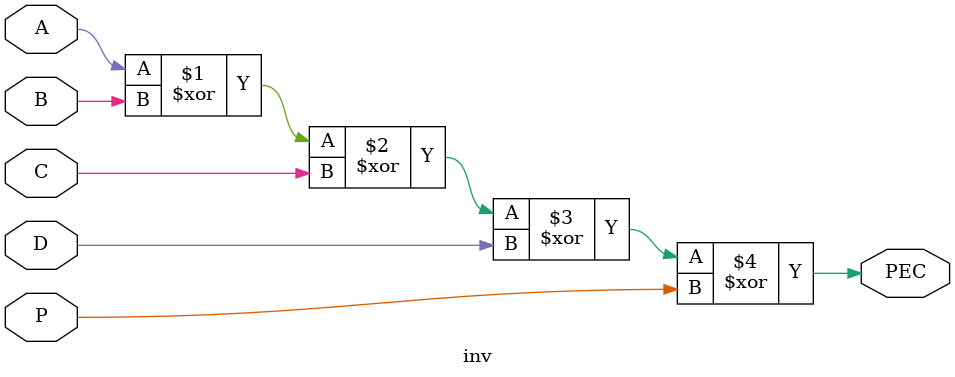
<source format=v>
`timescale 1ns / 1ps

module inv(A, B, C, D, P, PEC);
input A, B, C, D, P;
output PEC;

assign PEC = A^B^C^D^P;
endmodule

</source>
